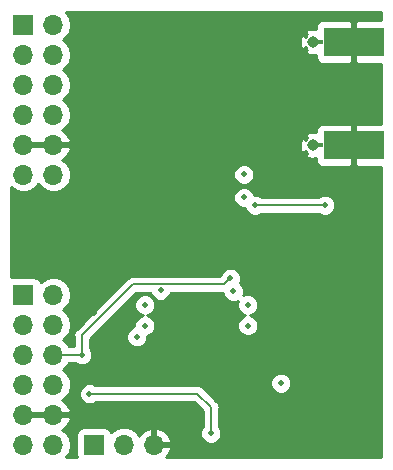
<source format=gbl>
G04 #@! TF.GenerationSoftware,KiCad,Pcbnew,(5.0.1-3-g963ef8bb5)*
G04 #@! TF.CreationDate,2018-11-21T19:49:20+01:00*
G04 #@! TF.ProjectId,DAC_ISL5857,4441435F49534C353835372E6B696361,A*
G04 #@! TF.SameCoordinates,Original*
G04 #@! TF.FileFunction,Copper,L4,Bot,Signal*
G04 #@! TF.FilePolarity,Positive*
%FSLAX46Y46*%
G04 Gerber Fmt 4.6, Leading zero omitted, Abs format (unit mm)*
G04 Created by KiCad (PCBNEW (5.0.1-3-g963ef8bb5)) date Wednesday, 21 November 2018 at 19:49:20*
%MOMM*%
%LPD*%
G01*
G04 APERTURE LIST*
G04 #@! TA.AperFunction,ComponentPad*
%ADD10R,1.700000X1.700000*%
G04 #@! TD*
G04 #@! TA.AperFunction,ComponentPad*
%ADD11O,1.700000X1.700000*%
G04 #@! TD*
G04 #@! TA.AperFunction,SMDPad,CuDef*
%ADD12R,5.080000X2.420000*%
G04 #@! TD*
G04 #@! TA.AperFunction,ViaPad*
%ADD13C,0.970000*%
G04 #@! TD*
G04 #@! TA.AperFunction,Conductor*
%ADD14R,0.950000X0.460000*%
G04 #@! TD*
G04 #@! TA.AperFunction,ViaPad*
%ADD15C,0.508000*%
G04 #@! TD*
G04 #@! TA.AperFunction,Conductor*
%ADD16C,0.152400*%
G04 #@! TD*
G04 #@! TA.AperFunction,Conductor*
%ADD17C,0.254000*%
G04 #@! TD*
G04 APERTURE END LIST*
D10*
G04 #@! TO.P,J3,1*
G04 #@! TO.N,VDD*
X137287000Y-119380000D03*
D11*
G04 #@! TO.P,J3,2*
G04 #@! TO.N,+5V*
X139827000Y-119380000D03*
G04 #@! TO.P,J3,3*
G04 #@! TO.N,GND*
X142367000Y-119380000D03*
G04 #@! TD*
D12*
G04 #@! TO.P,X2,2*
G04 #@! TO.N,GND*
X159270000Y-94040000D03*
X159270000Y-85280000D03*
D13*
G04 #@! TD*
G04 #@! TO.N,GND*
G04 #@! TO.C,X2*
X155830000Y-94040000D03*
G04 #@! TO.N,GND*
G04 #@! TO.C,X2*
X155830000Y-85280000D03*
D14*
X156280000Y-94040000D03*
X156280000Y-85280000D03*
G04 #@! TD*
D11*
G04 #@! TO.P,J2,12*
G04 #@! TO.N,Net-(J2-Pad12)*
X133858000Y-96520000D03*
G04 #@! TO.P,J2,11*
G04 #@! TO.N,Net-(J2-Pad11)*
X131318000Y-96520000D03*
G04 #@! TO.P,J2,10*
G04 #@! TO.N,GND*
X133858000Y-93980000D03*
G04 #@! TO.P,J2,9*
X131318000Y-93980000D03*
G04 #@! TO.P,J2,8*
G04 #@! TO.N,/D5*
X133858000Y-91440000D03*
G04 #@! TO.P,J2,7*
G04 #@! TO.N,/D4*
X131318000Y-91440000D03*
G04 #@! TO.P,J2,6*
G04 #@! TO.N,/D7*
X133858000Y-88900000D03*
G04 #@! TO.P,J2,5*
G04 #@! TO.N,/D6*
X131318000Y-88900000D03*
G04 #@! TO.P,J2,4*
G04 #@! TO.N,/D9*
X133858000Y-86360000D03*
G04 #@! TO.P,J2,3*
G04 #@! TO.N,/D8*
X131318000Y-86360000D03*
G04 #@! TO.P,J2,2*
G04 #@! TO.N,/D11*
X133858000Y-83820000D03*
D10*
G04 #@! TO.P,J2,1*
G04 #@! TO.N,/D10*
X131318000Y-83820000D03*
G04 #@! TD*
G04 #@! TO.P,J1,1*
G04 #@! TO.N,/D3*
X131318000Y-106680000D03*
D11*
G04 #@! TO.P,J1,2*
G04 #@! TO.N,/D2*
X133858000Y-106680000D03*
G04 #@! TO.P,J1,3*
G04 #@! TO.N,/D1*
X131318000Y-109220000D03*
G04 #@! TO.P,J1,4*
G04 #@! TO.N,/D0*
X133858000Y-109220000D03*
G04 #@! TO.P,J1,5*
G04 #@! TO.N,/CLK*
X131318000Y-111760000D03*
G04 #@! TO.P,J1,6*
G04 #@! TO.N,/PD*
X133858000Y-111760000D03*
G04 #@! TO.P,J1,7*
G04 #@! TO.N,Net-(J1-Pad7)*
X131318000Y-114300000D03*
G04 #@! TO.P,J1,8*
G04 #@! TO.N,SYS_MCLK*
X133858000Y-114300000D03*
G04 #@! TO.P,J1,9*
G04 #@! TO.N,GND*
X131318000Y-116840000D03*
G04 #@! TO.P,J1,10*
X133858000Y-116840000D03*
G04 #@! TO.P,J1,11*
G04 #@! TO.N,VDD*
X131318000Y-119380000D03*
G04 #@! TO.P,J1,12*
X133858000Y-119380000D03*
G04 #@! TD*
D15*
G04 #@! TO.N,GND*
X136906000Y-116332000D03*
X141605000Y-110998000D03*
X142875000Y-112268000D03*
X137250000Y-111250000D03*
X137250000Y-88250000D03*
X137250000Y-86250000D03*
X137250000Y-90250000D03*
X137250000Y-92250000D03*
X137250000Y-96250000D03*
X137250000Y-98250000D03*
X137250000Y-100250000D03*
X137250000Y-102250000D03*
X137250000Y-104250000D03*
X137250000Y-106250000D03*
X137250000Y-108250000D03*
X137250000Y-94250000D03*
X136906000Y-113919000D03*
G04 #@! TO.N,+3V3*
X153111800Y-114187000D03*
G04 #@! TO.N,Net-(C7-Pad2)*
X156845000Y-99105000D03*
X150936958Y-99105000D03*
G04 #@! TO.N,/AVDD*
X150300000Y-107525000D03*
X150300000Y-109295000D03*
X149986598Y-98452513D03*
X149086103Y-106405435D03*
G04 #@! TO.N,/DVDD*
X142922462Y-106300000D03*
X141600000Y-107526123D03*
X141600000Y-109296123D03*
X149987000Y-96505000D03*
G04 #@! TO.N,Net-(R28-Pad1)*
X140900000Y-110250000D03*
G04 #@! TO.N,/PD*
X136271000Y-111760000D03*
X148844000Y-105283000D03*
G04 #@! TO.N,SYS_MCLK*
X147193000Y-118427500D03*
X136906000Y-115062000D03*
G04 #@! TD*
D16*
G04 #@! TO.N,Net-(C7-Pad2)*
X156845000Y-99105000D02*
X150937678Y-99105000D01*
X150937678Y-99105000D02*
X150936958Y-99105720D01*
G04 #@! TO.N,/PD*
X140589000Y-105791000D02*
X148336000Y-105791000D01*
X136271000Y-110109000D02*
X140589000Y-105791000D01*
X148336000Y-105791000D02*
X148844000Y-105283000D01*
X136271000Y-111760000D02*
X136271000Y-110109000D01*
X136271000Y-111760000D02*
X133858000Y-111760000D01*
G04 #@! TO.N,SYS_MCLK*
X137265210Y-115062000D02*
X136906000Y-115062000D01*
X146050000Y-115062000D02*
X137265210Y-115062000D01*
X147193000Y-116205000D02*
X146050000Y-115062000D01*
X147193000Y-118427500D02*
X147193000Y-116205000D01*
G04 #@! TD*
D17*
G04 #@! TO.N,GND*
G36*
X161596000Y-83435000D02*
X159555750Y-83435000D01*
X159397000Y-83593750D01*
X159397000Y-85153000D01*
X159417000Y-85153000D01*
X159417000Y-85407000D01*
X159397000Y-85407000D01*
X159397000Y-86966250D01*
X159555750Y-87125000D01*
X161596000Y-87125000D01*
X161596000Y-92195000D01*
X159555750Y-92195000D01*
X159397000Y-92353750D01*
X159397000Y-93913000D01*
X159417000Y-93913000D01*
X159417000Y-94167000D01*
X159397000Y-94167000D01*
X159397000Y-95726250D01*
X159555750Y-95885000D01*
X161596000Y-95885000D01*
X161596001Y-120448000D01*
X143357382Y-120448000D01*
X143562183Y-120261358D01*
X143808486Y-119736892D01*
X143687819Y-119507000D01*
X142494000Y-119507000D01*
X142494000Y-119527000D01*
X142240000Y-119527000D01*
X142240000Y-119507000D01*
X142220000Y-119507000D01*
X142220000Y-119253000D01*
X142240000Y-119253000D01*
X142240000Y-118059845D01*
X142494000Y-118059845D01*
X142494000Y-119253000D01*
X143687819Y-119253000D01*
X143808486Y-119023108D01*
X143562183Y-118498642D01*
X143133924Y-118108355D01*
X142723890Y-117938524D01*
X142494000Y-118059845D01*
X142240000Y-118059845D01*
X142010110Y-117938524D01*
X141600076Y-118108355D01*
X141171817Y-118498642D01*
X141110843Y-118628478D01*
X140897625Y-118309375D01*
X140406418Y-117981161D01*
X139973256Y-117895000D01*
X139680744Y-117895000D01*
X139247582Y-117981161D01*
X138756375Y-118309375D01*
X138744184Y-118327619D01*
X138735157Y-118282235D01*
X138594809Y-118072191D01*
X138384765Y-117931843D01*
X138137000Y-117882560D01*
X136437000Y-117882560D01*
X136189235Y-117931843D01*
X135979191Y-118072191D01*
X135838843Y-118282235D01*
X135789560Y-118530000D01*
X135789560Y-120230000D01*
X135832922Y-120448000D01*
X134930379Y-120448000D01*
X135256839Y-119959418D01*
X135372092Y-119380000D01*
X135256839Y-118800582D01*
X134928625Y-118309375D01*
X134609522Y-118096157D01*
X134739358Y-118035183D01*
X135129645Y-117606924D01*
X135299476Y-117196890D01*
X135178155Y-116967000D01*
X133985000Y-116967000D01*
X133985000Y-116987000D01*
X133731000Y-116987000D01*
X133731000Y-116967000D01*
X131445000Y-116967000D01*
X131445000Y-116987000D01*
X131191000Y-116987000D01*
X131191000Y-116967000D01*
X131171000Y-116967000D01*
X131171000Y-116713000D01*
X131191000Y-116713000D01*
X131191000Y-116693000D01*
X131445000Y-116693000D01*
X131445000Y-116713000D01*
X133731000Y-116713000D01*
X133731000Y-116693000D01*
X133985000Y-116693000D01*
X133985000Y-116713000D01*
X135178155Y-116713000D01*
X135299476Y-116483110D01*
X135129645Y-116073076D01*
X134739358Y-115644817D01*
X134609522Y-115583843D01*
X134928625Y-115370625D01*
X135252997Y-114885167D01*
X136017000Y-114885167D01*
X136017000Y-115238833D01*
X136152342Y-115565578D01*
X136402422Y-115815658D01*
X136729167Y-115951000D01*
X137082833Y-115951000D01*
X137409578Y-115815658D01*
X137452036Y-115773200D01*
X145755412Y-115773200D01*
X146481801Y-116499590D01*
X146481800Y-117881464D01*
X146439342Y-117923922D01*
X146304000Y-118250667D01*
X146304000Y-118604333D01*
X146439342Y-118931078D01*
X146689422Y-119181158D01*
X147016167Y-119316500D01*
X147369833Y-119316500D01*
X147696578Y-119181158D01*
X147946658Y-118931078D01*
X148082000Y-118604333D01*
X148082000Y-118250667D01*
X147946658Y-117923922D01*
X147904200Y-117881464D01*
X147904200Y-116275041D01*
X147918132Y-116204999D01*
X147904200Y-116134957D01*
X147904200Y-116134954D01*
X147862936Y-115927504D01*
X147862935Y-115927502D01*
X147745424Y-115751635D01*
X147745422Y-115751633D01*
X147705746Y-115692254D01*
X147646367Y-115652578D01*
X146602424Y-114608636D01*
X146562746Y-114549254D01*
X146327496Y-114392064D01*
X146120046Y-114350800D01*
X146120041Y-114350800D01*
X146050000Y-114336868D01*
X145979959Y-114350800D01*
X137452036Y-114350800D01*
X137409578Y-114308342D01*
X137082833Y-114173000D01*
X136729167Y-114173000D01*
X136402422Y-114308342D01*
X136152342Y-114558422D01*
X136017000Y-114885167D01*
X135252997Y-114885167D01*
X135256839Y-114879418D01*
X135372092Y-114300000D01*
X135314441Y-114010167D01*
X152222800Y-114010167D01*
X152222800Y-114363833D01*
X152358142Y-114690578D01*
X152608222Y-114940658D01*
X152934967Y-115076000D01*
X153288633Y-115076000D01*
X153615378Y-114940658D01*
X153865458Y-114690578D01*
X154000800Y-114363833D01*
X154000800Y-114010167D01*
X153865458Y-113683422D01*
X153615378Y-113433342D01*
X153288633Y-113298000D01*
X152934967Y-113298000D01*
X152608222Y-113433342D01*
X152358142Y-113683422D01*
X152222800Y-114010167D01*
X135314441Y-114010167D01*
X135256839Y-113720582D01*
X134928625Y-113229375D01*
X134630239Y-113030000D01*
X134928625Y-112830625D01*
X135168785Y-112471200D01*
X135724964Y-112471200D01*
X135767422Y-112513658D01*
X136094167Y-112649000D01*
X136447833Y-112649000D01*
X136774578Y-112513658D01*
X137024658Y-112263578D01*
X137160000Y-111936833D01*
X137160000Y-111583167D01*
X137024658Y-111256422D01*
X136982200Y-111213964D01*
X136982200Y-110403588D01*
X137312621Y-110073167D01*
X140011000Y-110073167D01*
X140011000Y-110426833D01*
X140146342Y-110753578D01*
X140396422Y-111003658D01*
X140723167Y-111139000D01*
X141076833Y-111139000D01*
X141403578Y-111003658D01*
X141653658Y-110753578D01*
X141789000Y-110426833D01*
X141789000Y-110180083D01*
X142103578Y-110049781D01*
X142353658Y-109799701D01*
X142489000Y-109472956D01*
X142489000Y-109119290D01*
X142353658Y-108792545D01*
X142103578Y-108542465D01*
X141786490Y-108411123D01*
X142103578Y-108279781D01*
X142353658Y-108029701D01*
X142489000Y-107702956D01*
X142489000Y-107349290D01*
X142353658Y-107022545D01*
X142103578Y-106772465D01*
X141776833Y-106637123D01*
X141423167Y-106637123D01*
X141096422Y-106772465D01*
X140846342Y-107022545D01*
X140711000Y-107349290D01*
X140711000Y-107702956D01*
X140846342Y-108029701D01*
X141096422Y-108279781D01*
X141413510Y-108411123D01*
X141096422Y-108542465D01*
X140846342Y-108792545D01*
X140711000Y-109119290D01*
X140711000Y-109366040D01*
X140396422Y-109496342D01*
X140146342Y-109746422D01*
X140011000Y-110073167D01*
X137312621Y-110073167D01*
X140883589Y-106502200D01*
X142043969Y-106502200D01*
X142168804Y-106803578D01*
X142418884Y-107053658D01*
X142745629Y-107189000D01*
X143099295Y-107189000D01*
X143426040Y-107053658D01*
X143676120Y-106803578D01*
X143800955Y-106502200D01*
X148197103Y-106502200D01*
X148197103Y-106582268D01*
X148332445Y-106909013D01*
X148582525Y-107159093D01*
X148909270Y-107294435D01*
X149262936Y-107294435D01*
X149468531Y-107209275D01*
X149411000Y-107348167D01*
X149411000Y-107701833D01*
X149546342Y-108028578D01*
X149796422Y-108278658D01*
X150113510Y-108410000D01*
X149796422Y-108541342D01*
X149546342Y-108791422D01*
X149411000Y-109118167D01*
X149411000Y-109471833D01*
X149546342Y-109798578D01*
X149796422Y-110048658D01*
X150123167Y-110184000D01*
X150476833Y-110184000D01*
X150803578Y-110048658D01*
X151053658Y-109798578D01*
X151189000Y-109471833D01*
X151189000Y-109118167D01*
X151053658Y-108791422D01*
X150803578Y-108541342D01*
X150486490Y-108410000D01*
X150803578Y-108278658D01*
X151053658Y-108028578D01*
X151189000Y-107701833D01*
X151189000Y-107348167D01*
X151053658Y-107021422D01*
X150803578Y-106771342D01*
X150476833Y-106636000D01*
X150123167Y-106636000D01*
X149917572Y-106721160D01*
X149975103Y-106582268D01*
X149975103Y-106228602D01*
X149839761Y-105901857D01*
X149634804Y-105696900D01*
X149733000Y-105459833D01*
X149733000Y-105106167D01*
X149597658Y-104779422D01*
X149347578Y-104529342D01*
X149020833Y-104394000D01*
X148667167Y-104394000D01*
X148340422Y-104529342D01*
X148090342Y-104779422D01*
X147965922Y-105079800D01*
X140659041Y-105079800D01*
X140588999Y-105065868D01*
X140518957Y-105079800D01*
X140518954Y-105079800D01*
X140311504Y-105121064D01*
X140311503Y-105121065D01*
X140311502Y-105121065D01*
X140135635Y-105238576D01*
X140135633Y-105238578D01*
X140076254Y-105278254D01*
X140036578Y-105337633D01*
X135817634Y-109556578D01*
X135758255Y-109596254D01*
X135718579Y-109655633D01*
X135718576Y-109655636D01*
X135601065Y-109831504D01*
X135545868Y-110109000D01*
X135559801Y-110179046D01*
X135559800Y-111048800D01*
X135168785Y-111048800D01*
X134928625Y-110689375D01*
X134630239Y-110490000D01*
X134928625Y-110290625D01*
X135256839Y-109799418D01*
X135372092Y-109220000D01*
X135256839Y-108640582D01*
X134928625Y-108149375D01*
X134630239Y-107950000D01*
X134928625Y-107750625D01*
X135256839Y-107259418D01*
X135372092Y-106680000D01*
X135256839Y-106100582D01*
X134928625Y-105609375D01*
X134437418Y-105281161D01*
X134004256Y-105195000D01*
X133711744Y-105195000D01*
X133278582Y-105281161D01*
X132787375Y-105609375D01*
X132775184Y-105627619D01*
X132766157Y-105582235D01*
X132625809Y-105372191D01*
X132415765Y-105231843D01*
X132168000Y-105182560D01*
X130468000Y-105182560D01*
X130250000Y-105225922D01*
X130250000Y-98275680D01*
X149097598Y-98275680D01*
X149097598Y-98629346D01*
X149232940Y-98956091D01*
X149483020Y-99206171D01*
X149809765Y-99341513D01*
X150072678Y-99341513D01*
X150183300Y-99608578D01*
X150433380Y-99858658D01*
X150760125Y-99994000D01*
X151113791Y-99994000D01*
X151440536Y-99858658D01*
X151482994Y-99816200D01*
X156298964Y-99816200D01*
X156341422Y-99858658D01*
X156668167Y-99994000D01*
X157021833Y-99994000D01*
X157348578Y-99858658D01*
X157598658Y-99608578D01*
X157734000Y-99281833D01*
X157734000Y-98928167D01*
X157598658Y-98601422D01*
X157348578Y-98351342D01*
X157021833Y-98216000D01*
X156668167Y-98216000D01*
X156341422Y-98351342D01*
X156298964Y-98393800D01*
X151482994Y-98393800D01*
X151440536Y-98351342D01*
X151113791Y-98216000D01*
X150850878Y-98216000D01*
X150740256Y-97948935D01*
X150490176Y-97698855D01*
X150163431Y-97563513D01*
X149809765Y-97563513D01*
X149483020Y-97698855D01*
X149232940Y-97948935D01*
X149097598Y-98275680D01*
X130250000Y-98275680D01*
X130250000Y-97592379D01*
X130738582Y-97918839D01*
X131171744Y-98005000D01*
X131464256Y-98005000D01*
X131897418Y-97918839D01*
X132388625Y-97590625D01*
X132588000Y-97292239D01*
X132787375Y-97590625D01*
X133278582Y-97918839D01*
X133711744Y-98005000D01*
X134004256Y-98005000D01*
X134437418Y-97918839D01*
X134928625Y-97590625D01*
X135256839Y-97099418D01*
X135372092Y-96520000D01*
X135333935Y-96328167D01*
X149098000Y-96328167D01*
X149098000Y-96681833D01*
X149233342Y-97008578D01*
X149483422Y-97258658D01*
X149810167Y-97394000D01*
X150163833Y-97394000D01*
X150490578Y-97258658D01*
X150740658Y-97008578D01*
X150876000Y-96681833D01*
X150876000Y-96328167D01*
X150740658Y-96001422D01*
X150490578Y-95751342D01*
X150163833Y-95616000D01*
X149810167Y-95616000D01*
X149483422Y-95751342D01*
X149233342Y-96001422D01*
X149098000Y-96328167D01*
X135333935Y-96328167D01*
X135256839Y-95940582D01*
X134928625Y-95449375D01*
X134609522Y-95236157D01*
X134739358Y-95175183D01*
X135129645Y-94746924D01*
X135299476Y-94336890D01*
X135178155Y-94107000D01*
X133985000Y-94107000D01*
X133985000Y-94127000D01*
X133731000Y-94127000D01*
X133731000Y-94107000D01*
X131445000Y-94107000D01*
X131445000Y-94127000D01*
X131191000Y-94127000D01*
X131191000Y-94107000D01*
X131171000Y-94107000D01*
X131171000Y-93898564D01*
X154696851Y-93898564D01*
X154728982Y-94342968D01*
X154837232Y-94604308D01*
X155050800Y-94639595D01*
X155206344Y-94484051D01*
X155266673Y-94629699D01*
X155343290Y-94706315D01*
X155230405Y-94819200D01*
X155265692Y-95032768D01*
X155688564Y-95173149D01*
X156095000Y-95143763D01*
X156095000Y-95376310D01*
X156191673Y-95609699D01*
X156370302Y-95788327D01*
X156603691Y-95885000D01*
X158984250Y-95885000D01*
X159143000Y-95726250D01*
X159143000Y-94167000D01*
X159123000Y-94167000D01*
X159123000Y-93913000D01*
X159143000Y-93913000D01*
X159143000Y-92353750D01*
X158984250Y-92195000D01*
X156603691Y-92195000D01*
X156370302Y-92291673D01*
X156191673Y-92470301D01*
X156095000Y-92703690D01*
X156095000Y-92947871D01*
X155971436Y-92906851D01*
X155527032Y-92938982D01*
X155265692Y-93047232D01*
X155230405Y-93260800D01*
X155343290Y-93373685D01*
X155266673Y-93450301D01*
X155206344Y-93595949D01*
X155050800Y-93440405D01*
X154837232Y-93475692D01*
X154696851Y-93898564D01*
X131171000Y-93898564D01*
X131171000Y-93853000D01*
X131191000Y-93853000D01*
X131191000Y-93833000D01*
X131445000Y-93833000D01*
X131445000Y-93853000D01*
X133731000Y-93853000D01*
X133731000Y-93833000D01*
X133985000Y-93833000D01*
X133985000Y-93853000D01*
X135178155Y-93853000D01*
X135299476Y-93623110D01*
X135129645Y-93213076D01*
X134739358Y-92784817D01*
X134609522Y-92723843D01*
X134928625Y-92510625D01*
X135256839Y-92019418D01*
X135372092Y-91440000D01*
X135256839Y-90860582D01*
X134928625Y-90369375D01*
X134630239Y-90170000D01*
X134928625Y-89970625D01*
X135256839Y-89479418D01*
X135372092Y-88900000D01*
X135256839Y-88320582D01*
X134928625Y-87829375D01*
X134630239Y-87630000D01*
X134928625Y-87430625D01*
X135256839Y-86939418D01*
X135372092Y-86360000D01*
X135256839Y-85780582D01*
X134928625Y-85289375D01*
X134702921Y-85138564D01*
X154696851Y-85138564D01*
X154728982Y-85582968D01*
X154837232Y-85844308D01*
X155050800Y-85879595D01*
X155206344Y-85724051D01*
X155266673Y-85869699D01*
X155343290Y-85946315D01*
X155230405Y-86059200D01*
X155265692Y-86272768D01*
X155688564Y-86413149D01*
X156095000Y-86383763D01*
X156095000Y-86616310D01*
X156191673Y-86849699D01*
X156370302Y-87028327D01*
X156603691Y-87125000D01*
X158984250Y-87125000D01*
X159143000Y-86966250D01*
X159143000Y-85407000D01*
X159123000Y-85407000D01*
X159123000Y-85153000D01*
X159143000Y-85153000D01*
X159143000Y-83593750D01*
X158984250Y-83435000D01*
X156603691Y-83435000D01*
X156370302Y-83531673D01*
X156191673Y-83710301D01*
X156095000Y-83943690D01*
X156095000Y-84187871D01*
X155971436Y-84146851D01*
X155527032Y-84178982D01*
X155265692Y-84287232D01*
X155230405Y-84500800D01*
X155343290Y-84613685D01*
X155266673Y-84690301D01*
X155206344Y-84835949D01*
X155050800Y-84680405D01*
X154837232Y-84715692D01*
X154696851Y-85138564D01*
X134702921Y-85138564D01*
X134630239Y-85090000D01*
X134928625Y-84890625D01*
X135256839Y-84399418D01*
X135372092Y-83820000D01*
X135256839Y-83240582D01*
X134930379Y-82752000D01*
X161596000Y-82752000D01*
X161596000Y-83435000D01*
X161596000Y-83435000D01*
G37*
X161596000Y-83435000D02*
X159555750Y-83435000D01*
X159397000Y-83593750D01*
X159397000Y-85153000D01*
X159417000Y-85153000D01*
X159417000Y-85407000D01*
X159397000Y-85407000D01*
X159397000Y-86966250D01*
X159555750Y-87125000D01*
X161596000Y-87125000D01*
X161596000Y-92195000D01*
X159555750Y-92195000D01*
X159397000Y-92353750D01*
X159397000Y-93913000D01*
X159417000Y-93913000D01*
X159417000Y-94167000D01*
X159397000Y-94167000D01*
X159397000Y-95726250D01*
X159555750Y-95885000D01*
X161596000Y-95885000D01*
X161596001Y-120448000D01*
X143357382Y-120448000D01*
X143562183Y-120261358D01*
X143808486Y-119736892D01*
X143687819Y-119507000D01*
X142494000Y-119507000D01*
X142494000Y-119527000D01*
X142240000Y-119527000D01*
X142240000Y-119507000D01*
X142220000Y-119507000D01*
X142220000Y-119253000D01*
X142240000Y-119253000D01*
X142240000Y-118059845D01*
X142494000Y-118059845D01*
X142494000Y-119253000D01*
X143687819Y-119253000D01*
X143808486Y-119023108D01*
X143562183Y-118498642D01*
X143133924Y-118108355D01*
X142723890Y-117938524D01*
X142494000Y-118059845D01*
X142240000Y-118059845D01*
X142010110Y-117938524D01*
X141600076Y-118108355D01*
X141171817Y-118498642D01*
X141110843Y-118628478D01*
X140897625Y-118309375D01*
X140406418Y-117981161D01*
X139973256Y-117895000D01*
X139680744Y-117895000D01*
X139247582Y-117981161D01*
X138756375Y-118309375D01*
X138744184Y-118327619D01*
X138735157Y-118282235D01*
X138594809Y-118072191D01*
X138384765Y-117931843D01*
X138137000Y-117882560D01*
X136437000Y-117882560D01*
X136189235Y-117931843D01*
X135979191Y-118072191D01*
X135838843Y-118282235D01*
X135789560Y-118530000D01*
X135789560Y-120230000D01*
X135832922Y-120448000D01*
X134930379Y-120448000D01*
X135256839Y-119959418D01*
X135372092Y-119380000D01*
X135256839Y-118800582D01*
X134928625Y-118309375D01*
X134609522Y-118096157D01*
X134739358Y-118035183D01*
X135129645Y-117606924D01*
X135299476Y-117196890D01*
X135178155Y-116967000D01*
X133985000Y-116967000D01*
X133985000Y-116987000D01*
X133731000Y-116987000D01*
X133731000Y-116967000D01*
X131445000Y-116967000D01*
X131445000Y-116987000D01*
X131191000Y-116987000D01*
X131191000Y-116967000D01*
X131171000Y-116967000D01*
X131171000Y-116713000D01*
X131191000Y-116713000D01*
X131191000Y-116693000D01*
X131445000Y-116693000D01*
X131445000Y-116713000D01*
X133731000Y-116713000D01*
X133731000Y-116693000D01*
X133985000Y-116693000D01*
X133985000Y-116713000D01*
X135178155Y-116713000D01*
X135299476Y-116483110D01*
X135129645Y-116073076D01*
X134739358Y-115644817D01*
X134609522Y-115583843D01*
X134928625Y-115370625D01*
X135252997Y-114885167D01*
X136017000Y-114885167D01*
X136017000Y-115238833D01*
X136152342Y-115565578D01*
X136402422Y-115815658D01*
X136729167Y-115951000D01*
X137082833Y-115951000D01*
X137409578Y-115815658D01*
X137452036Y-115773200D01*
X145755412Y-115773200D01*
X146481801Y-116499590D01*
X146481800Y-117881464D01*
X146439342Y-117923922D01*
X146304000Y-118250667D01*
X146304000Y-118604333D01*
X146439342Y-118931078D01*
X146689422Y-119181158D01*
X147016167Y-119316500D01*
X147369833Y-119316500D01*
X147696578Y-119181158D01*
X147946658Y-118931078D01*
X148082000Y-118604333D01*
X148082000Y-118250667D01*
X147946658Y-117923922D01*
X147904200Y-117881464D01*
X147904200Y-116275041D01*
X147918132Y-116204999D01*
X147904200Y-116134957D01*
X147904200Y-116134954D01*
X147862936Y-115927504D01*
X147862935Y-115927502D01*
X147745424Y-115751635D01*
X147745422Y-115751633D01*
X147705746Y-115692254D01*
X147646367Y-115652578D01*
X146602424Y-114608636D01*
X146562746Y-114549254D01*
X146327496Y-114392064D01*
X146120046Y-114350800D01*
X146120041Y-114350800D01*
X146050000Y-114336868D01*
X145979959Y-114350800D01*
X137452036Y-114350800D01*
X137409578Y-114308342D01*
X137082833Y-114173000D01*
X136729167Y-114173000D01*
X136402422Y-114308342D01*
X136152342Y-114558422D01*
X136017000Y-114885167D01*
X135252997Y-114885167D01*
X135256839Y-114879418D01*
X135372092Y-114300000D01*
X135314441Y-114010167D01*
X152222800Y-114010167D01*
X152222800Y-114363833D01*
X152358142Y-114690578D01*
X152608222Y-114940658D01*
X152934967Y-115076000D01*
X153288633Y-115076000D01*
X153615378Y-114940658D01*
X153865458Y-114690578D01*
X154000800Y-114363833D01*
X154000800Y-114010167D01*
X153865458Y-113683422D01*
X153615378Y-113433342D01*
X153288633Y-113298000D01*
X152934967Y-113298000D01*
X152608222Y-113433342D01*
X152358142Y-113683422D01*
X152222800Y-114010167D01*
X135314441Y-114010167D01*
X135256839Y-113720582D01*
X134928625Y-113229375D01*
X134630239Y-113030000D01*
X134928625Y-112830625D01*
X135168785Y-112471200D01*
X135724964Y-112471200D01*
X135767422Y-112513658D01*
X136094167Y-112649000D01*
X136447833Y-112649000D01*
X136774578Y-112513658D01*
X137024658Y-112263578D01*
X137160000Y-111936833D01*
X137160000Y-111583167D01*
X137024658Y-111256422D01*
X136982200Y-111213964D01*
X136982200Y-110403588D01*
X137312621Y-110073167D01*
X140011000Y-110073167D01*
X140011000Y-110426833D01*
X140146342Y-110753578D01*
X140396422Y-111003658D01*
X140723167Y-111139000D01*
X141076833Y-111139000D01*
X141403578Y-111003658D01*
X141653658Y-110753578D01*
X141789000Y-110426833D01*
X141789000Y-110180083D01*
X142103578Y-110049781D01*
X142353658Y-109799701D01*
X142489000Y-109472956D01*
X142489000Y-109119290D01*
X142353658Y-108792545D01*
X142103578Y-108542465D01*
X141786490Y-108411123D01*
X142103578Y-108279781D01*
X142353658Y-108029701D01*
X142489000Y-107702956D01*
X142489000Y-107349290D01*
X142353658Y-107022545D01*
X142103578Y-106772465D01*
X141776833Y-106637123D01*
X141423167Y-106637123D01*
X141096422Y-106772465D01*
X140846342Y-107022545D01*
X140711000Y-107349290D01*
X140711000Y-107702956D01*
X140846342Y-108029701D01*
X141096422Y-108279781D01*
X141413510Y-108411123D01*
X141096422Y-108542465D01*
X140846342Y-108792545D01*
X140711000Y-109119290D01*
X140711000Y-109366040D01*
X140396422Y-109496342D01*
X140146342Y-109746422D01*
X140011000Y-110073167D01*
X137312621Y-110073167D01*
X140883589Y-106502200D01*
X142043969Y-106502200D01*
X142168804Y-106803578D01*
X142418884Y-107053658D01*
X142745629Y-107189000D01*
X143099295Y-107189000D01*
X143426040Y-107053658D01*
X143676120Y-106803578D01*
X143800955Y-106502200D01*
X148197103Y-106502200D01*
X148197103Y-106582268D01*
X148332445Y-106909013D01*
X148582525Y-107159093D01*
X148909270Y-107294435D01*
X149262936Y-107294435D01*
X149468531Y-107209275D01*
X149411000Y-107348167D01*
X149411000Y-107701833D01*
X149546342Y-108028578D01*
X149796422Y-108278658D01*
X150113510Y-108410000D01*
X149796422Y-108541342D01*
X149546342Y-108791422D01*
X149411000Y-109118167D01*
X149411000Y-109471833D01*
X149546342Y-109798578D01*
X149796422Y-110048658D01*
X150123167Y-110184000D01*
X150476833Y-110184000D01*
X150803578Y-110048658D01*
X151053658Y-109798578D01*
X151189000Y-109471833D01*
X151189000Y-109118167D01*
X151053658Y-108791422D01*
X150803578Y-108541342D01*
X150486490Y-108410000D01*
X150803578Y-108278658D01*
X151053658Y-108028578D01*
X151189000Y-107701833D01*
X151189000Y-107348167D01*
X151053658Y-107021422D01*
X150803578Y-106771342D01*
X150476833Y-106636000D01*
X150123167Y-106636000D01*
X149917572Y-106721160D01*
X149975103Y-106582268D01*
X149975103Y-106228602D01*
X149839761Y-105901857D01*
X149634804Y-105696900D01*
X149733000Y-105459833D01*
X149733000Y-105106167D01*
X149597658Y-104779422D01*
X149347578Y-104529342D01*
X149020833Y-104394000D01*
X148667167Y-104394000D01*
X148340422Y-104529342D01*
X148090342Y-104779422D01*
X147965922Y-105079800D01*
X140659041Y-105079800D01*
X140588999Y-105065868D01*
X140518957Y-105079800D01*
X140518954Y-105079800D01*
X140311504Y-105121064D01*
X140311503Y-105121065D01*
X140311502Y-105121065D01*
X140135635Y-105238576D01*
X140135633Y-105238578D01*
X140076254Y-105278254D01*
X140036578Y-105337633D01*
X135817634Y-109556578D01*
X135758255Y-109596254D01*
X135718579Y-109655633D01*
X135718576Y-109655636D01*
X135601065Y-109831504D01*
X135545868Y-110109000D01*
X135559801Y-110179046D01*
X135559800Y-111048800D01*
X135168785Y-111048800D01*
X134928625Y-110689375D01*
X134630239Y-110490000D01*
X134928625Y-110290625D01*
X135256839Y-109799418D01*
X135372092Y-109220000D01*
X135256839Y-108640582D01*
X134928625Y-108149375D01*
X134630239Y-107950000D01*
X134928625Y-107750625D01*
X135256839Y-107259418D01*
X135372092Y-106680000D01*
X135256839Y-106100582D01*
X134928625Y-105609375D01*
X134437418Y-105281161D01*
X134004256Y-105195000D01*
X133711744Y-105195000D01*
X133278582Y-105281161D01*
X132787375Y-105609375D01*
X132775184Y-105627619D01*
X132766157Y-105582235D01*
X132625809Y-105372191D01*
X132415765Y-105231843D01*
X132168000Y-105182560D01*
X130468000Y-105182560D01*
X130250000Y-105225922D01*
X130250000Y-98275680D01*
X149097598Y-98275680D01*
X149097598Y-98629346D01*
X149232940Y-98956091D01*
X149483020Y-99206171D01*
X149809765Y-99341513D01*
X150072678Y-99341513D01*
X150183300Y-99608578D01*
X150433380Y-99858658D01*
X150760125Y-99994000D01*
X151113791Y-99994000D01*
X151440536Y-99858658D01*
X151482994Y-99816200D01*
X156298964Y-99816200D01*
X156341422Y-99858658D01*
X156668167Y-99994000D01*
X157021833Y-99994000D01*
X157348578Y-99858658D01*
X157598658Y-99608578D01*
X157734000Y-99281833D01*
X157734000Y-98928167D01*
X157598658Y-98601422D01*
X157348578Y-98351342D01*
X157021833Y-98216000D01*
X156668167Y-98216000D01*
X156341422Y-98351342D01*
X156298964Y-98393800D01*
X151482994Y-98393800D01*
X151440536Y-98351342D01*
X151113791Y-98216000D01*
X150850878Y-98216000D01*
X150740256Y-97948935D01*
X150490176Y-97698855D01*
X150163431Y-97563513D01*
X149809765Y-97563513D01*
X149483020Y-97698855D01*
X149232940Y-97948935D01*
X149097598Y-98275680D01*
X130250000Y-98275680D01*
X130250000Y-97592379D01*
X130738582Y-97918839D01*
X131171744Y-98005000D01*
X131464256Y-98005000D01*
X131897418Y-97918839D01*
X132388625Y-97590625D01*
X132588000Y-97292239D01*
X132787375Y-97590625D01*
X133278582Y-97918839D01*
X133711744Y-98005000D01*
X134004256Y-98005000D01*
X134437418Y-97918839D01*
X134928625Y-97590625D01*
X135256839Y-97099418D01*
X135372092Y-96520000D01*
X135333935Y-96328167D01*
X149098000Y-96328167D01*
X149098000Y-96681833D01*
X149233342Y-97008578D01*
X149483422Y-97258658D01*
X149810167Y-97394000D01*
X150163833Y-97394000D01*
X150490578Y-97258658D01*
X150740658Y-97008578D01*
X150876000Y-96681833D01*
X150876000Y-96328167D01*
X150740658Y-96001422D01*
X150490578Y-95751342D01*
X150163833Y-95616000D01*
X149810167Y-95616000D01*
X149483422Y-95751342D01*
X149233342Y-96001422D01*
X149098000Y-96328167D01*
X135333935Y-96328167D01*
X135256839Y-95940582D01*
X134928625Y-95449375D01*
X134609522Y-95236157D01*
X134739358Y-95175183D01*
X135129645Y-94746924D01*
X135299476Y-94336890D01*
X135178155Y-94107000D01*
X133985000Y-94107000D01*
X133985000Y-94127000D01*
X133731000Y-94127000D01*
X133731000Y-94107000D01*
X131445000Y-94107000D01*
X131445000Y-94127000D01*
X131191000Y-94127000D01*
X131191000Y-94107000D01*
X131171000Y-94107000D01*
X131171000Y-93898564D01*
X154696851Y-93898564D01*
X154728982Y-94342968D01*
X154837232Y-94604308D01*
X155050800Y-94639595D01*
X155206344Y-94484051D01*
X155266673Y-94629699D01*
X155343290Y-94706315D01*
X155230405Y-94819200D01*
X155265692Y-95032768D01*
X155688564Y-95173149D01*
X156095000Y-95143763D01*
X156095000Y-95376310D01*
X156191673Y-95609699D01*
X156370302Y-95788327D01*
X156603691Y-95885000D01*
X158984250Y-95885000D01*
X159143000Y-95726250D01*
X159143000Y-94167000D01*
X159123000Y-94167000D01*
X159123000Y-93913000D01*
X159143000Y-93913000D01*
X159143000Y-92353750D01*
X158984250Y-92195000D01*
X156603691Y-92195000D01*
X156370302Y-92291673D01*
X156191673Y-92470301D01*
X156095000Y-92703690D01*
X156095000Y-92947871D01*
X155971436Y-92906851D01*
X155527032Y-92938982D01*
X155265692Y-93047232D01*
X155230405Y-93260800D01*
X155343290Y-93373685D01*
X155266673Y-93450301D01*
X155206344Y-93595949D01*
X155050800Y-93440405D01*
X154837232Y-93475692D01*
X154696851Y-93898564D01*
X131171000Y-93898564D01*
X131171000Y-93853000D01*
X131191000Y-93853000D01*
X131191000Y-93833000D01*
X131445000Y-93833000D01*
X131445000Y-93853000D01*
X133731000Y-93853000D01*
X133731000Y-93833000D01*
X133985000Y-93833000D01*
X133985000Y-93853000D01*
X135178155Y-93853000D01*
X135299476Y-93623110D01*
X135129645Y-93213076D01*
X134739358Y-92784817D01*
X134609522Y-92723843D01*
X134928625Y-92510625D01*
X135256839Y-92019418D01*
X135372092Y-91440000D01*
X135256839Y-90860582D01*
X134928625Y-90369375D01*
X134630239Y-90170000D01*
X134928625Y-89970625D01*
X135256839Y-89479418D01*
X135372092Y-88900000D01*
X135256839Y-88320582D01*
X134928625Y-87829375D01*
X134630239Y-87630000D01*
X134928625Y-87430625D01*
X135256839Y-86939418D01*
X135372092Y-86360000D01*
X135256839Y-85780582D01*
X134928625Y-85289375D01*
X134702921Y-85138564D01*
X154696851Y-85138564D01*
X154728982Y-85582968D01*
X154837232Y-85844308D01*
X155050800Y-85879595D01*
X155206344Y-85724051D01*
X155266673Y-85869699D01*
X155343290Y-85946315D01*
X155230405Y-86059200D01*
X155265692Y-86272768D01*
X155688564Y-86413149D01*
X156095000Y-86383763D01*
X156095000Y-86616310D01*
X156191673Y-86849699D01*
X156370302Y-87028327D01*
X156603691Y-87125000D01*
X158984250Y-87125000D01*
X159143000Y-86966250D01*
X159143000Y-85407000D01*
X159123000Y-85407000D01*
X159123000Y-85153000D01*
X159143000Y-85153000D01*
X159143000Y-83593750D01*
X158984250Y-83435000D01*
X156603691Y-83435000D01*
X156370302Y-83531673D01*
X156191673Y-83710301D01*
X156095000Y-83943690D01*
X156095000Y-84187871D01*
X155971436Y-84146851D01*
X155527032Y-84178982D01*
X155265692Y-84287232D01*
X155230405Y-84500800D01*
X155343290Y-84613685D01*
X155266673Y-84690301D01*
X155206344Y-84835949D01*
X155050800Y-84680405D01*
X154837232Y-84715692D01*
X154696851Y-85138564D01*
X134702921Y-85138564D01*
X134630239Y-85090000D01*
X134928625Y-84890625D01*
X135256839Y-84399418D01*
X135372092Y-83820000D01*
X135256839Y-83240582D01*
X134930379Y-82752000D01*
X161596000Y-82752000D01*
X161596000Y-83435000D01*
G04 #@! TD*
M02*

</source>
